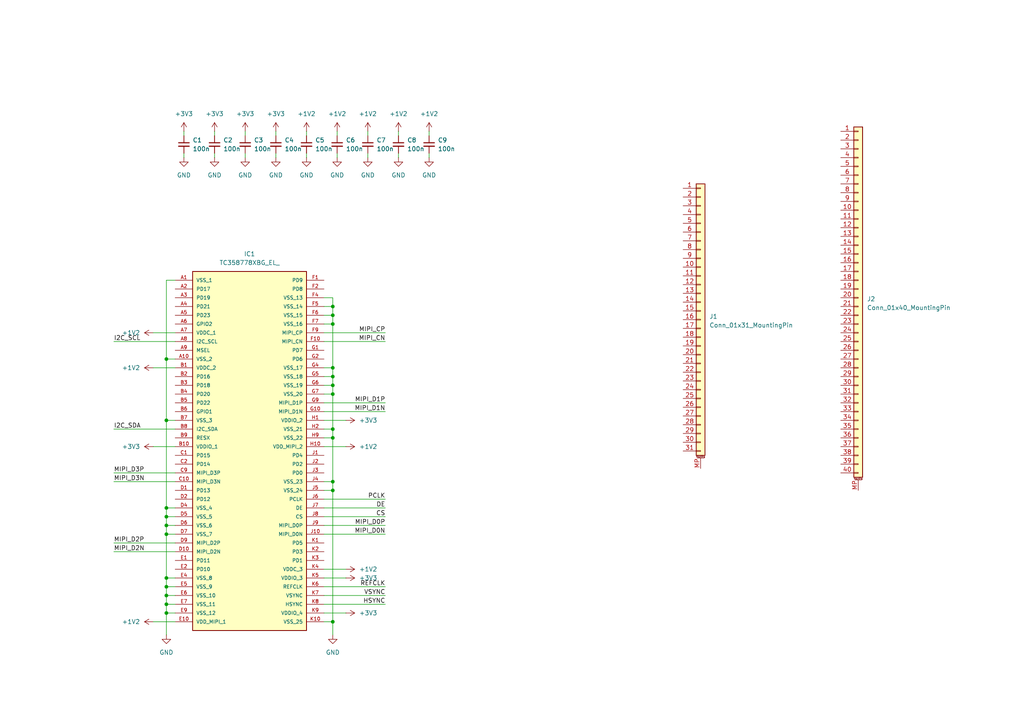
<source format=kicad_sch>
(kicad_sch (version 20231120) (generator "eeschema") (generator_version "8.0")
  (paper "A4")
  (lib_symbols
    (symbol "Connector_Generic_MountingPin:Conn_01x31_MountingPin" (pin_names (offset 1.016) hide)
      (property "Reference" "J" (at 0 40.64 0))
      (property "Value" "Conn_01x31_MountingPin" (at 1.27 -40.64 0))
      (symbol "Conn_01x31_MountingPin_1_1"
        (rectangle (start -1.27 -37.973) (end 0 -38.227) (stroke (width 0.1524)))
        (rectangle (start -1.27 -35.433) (end 0 -35.687) (stroke (width 0.1524)))
        (rectangle (start -1.27 -32.893) (end 0 -33.147) (stroke (width 0.1524)))
        (rectangle (start -1.27 -30.353) (end 0 -30.607) (stroke (width 0.1524)))
        (rectangle (start -1.27 -27.813) (end 0 -28.067) (stroke (width 0.1524)))
        (rectangle (start -1.27 -25.273) (end 0 -25.527) (stroke (width 0.1524)))
        (rectangle (start -1.27 -22.733) (end 0 -22.987) (stroke (width 0.1524)))
        (rectangle (start -1.27 -20.193) (end 0 -20.447) (stroke (width 0.1524)))
        (rectangle (start -1.27 -17.653) (end 0 -17.907) (stroke (width 0.1524)))
        (rectangle (start -1.27 -15.113) (end 0 -15.367) (stroke (width 0.1524)))
        (rectangle (start -1.27 -12.573) (end 0 -12.827) (stroke (width 0.1524)))
        (rectangle (start -1.27 -10.033) (end 0 -10.287) (stroke (width 0.1524)))
        (rectangle (start -1.27 -7.493) (end 0 -7.747) (stroke (width 0.1524)))
        (rectangle (start -1.27 -4.953) (end 0 -5.207) (stroke (width 0.1524)))
        (rectangle (start -1.27 -2.413) (end 0 -2.667) (stroke (width 0.1524)))
        (rectangle (start -1.27 0.127) (end 0 -0.127) (stroke (width 0.1524)))
        (rectangle (start -1.27 2.667) (end 0 2.413) (stroke (width 0.1524)))
        (rectangle (start -1.27 5.207) (end 0 4.953) (stroke (width 0.1524)))
        (rectangle (start -1.27 7.747) (end 0 7.493) (stroke (width 0.1524)))
        (rectangle (start -1.27 10.287) (end 0 10.033) (stroke (width 0.1524)))
        (rectangle (start -1.27 12.827) (end 0 12.573) (stroke (width 0.1524)))
        (rectangle (start -1.27 15.367) (end 0 15.113) (stroke (width 0.1524)))
        (rectangle (start -1.27 17.907) (end 0 17.653) (stroke (width 0.1524)))
        (rectangle (start -1.27 20.447) (end 0 20.193) (stroke (width 0.1524)))
        (rectangle (start -1.27 22.987) (end 0 22.733) (stroke (width 0.1524)))
        (rectangle (start -1.27 25.527) (end 0 25.273) (stroke (width 0.1524)))
        (rectangle (start -1.27 28.067) (end 0 27.813) (stroke (width 0.1524)))
        (rectangle (start -1.27 30.607) (end 0 30.353) (stroke (width 0.1524)))
        (rectangle (start -1.27 33.147) (end 0 32.893) (stroke (width 0.1524)))
        (rectangle (start -1.27 35.687) (end 0 35.433) (stroke (width 0.1524)))
        (rectangle (start -1.27 38.227) (end 0 37.973) (stroke (width 0.1524)))
        (rectangle (start -1.27 39.37) (end 1.27 -39.37) (stroke (width 0.254)) (fill (type background)))
        (polyline (pts (xy -1.016 -40.132) (xy 1.016 -40.132)) (stroke (width 0.1524)))
        (text "Mounting" (at 0 -39.751 0) (effects (font (size 0.381 0.381))))
        (pin passive line (at -5.08 38.1 0) (length 3.81) (name "Pin_1") (number "1"))
        (pin passive line (at -5.08 15.24 0) (length 3.81) (name "Pin_10") (number "10"))
        (pin passive line (at -5.08 12.7 0) (length 3.81) (name "Pin_11") (number "11"))
        (pin passive line (at -5.08 10.16 0) (length 3.81) (name "Pin_12") (number "12"))
        (pin passive line (at -5.08 7.62 0) (length 3.81) (name "Pin_13") (number "13"))
        (pin passive line (at -5.08 5.08 0) (length 3.81) (name "Pin_14") (number "14"))
        (pin passive line (at -5.08 2.54 0) (length 3.81) (name "Pin_15") (number "15"))
        (pin passive line (at -5.08 0 0) (length 3.81) (name "Pin_16") (number "16"))
        (pin passive line (at -5.08 -2.54 0) (length 3.81) (name "Pin_17") (number "17"))
        (pin passive line (at -5.08 -5.08 0) (length 3.81) (name "Pin_18") (number "18"))
        (pin passive line (at -5.08 -7.62 0) (length 3.81) (name "Pin_19") (number "19"))
        (pin passive line (at -5.08 35.56 0) (length 3.81) (name "Pin_2") (number "2"))
        (pin passive line (at -5.08 -10.16 0) (length 3.81) (name "Pin_20") (number "20"))
        (pin passive line (at -5.08 -12.7 0) (length 3.81) (name "Pin_21") (number "21"))
        (pin passive line (at -5.08 -15.24 0) (length 3.81) (name "Pin_22") (number "22"))
        (pin passive line (at -5.08 -17.78 0) (length 3.81) (name "Pin_23") (number "23"))
        (pin passive line (at -5.08 -20.32 0) (length 3.81) (name "Pin_24") (number "24"))
        (pin passive line (at -5.08 -22.86 0) (length 3.81) (name "Pin_25") (number "25"))
        (pin passive line (at -5.08 -25.4 0) (length 3.81) (name "Pin_26") (number "26"))
        (pin passive line (at -5.08 -27.94 0) (length 3.81) (name "Pin_27") (number "27"))
        (pin passive line (at -5.08 -30.48 0) (length 3.81) (name "Pin_28") (number "28"))
        (pin passive line (at -5.08 -33.02 0) (length 3.81) (name "Pin_29") (number "29"))
        (pin passive line (at -5.08 33.02 0) (length 3.81) (name "Pin_3") (number "3"))
        (pin passive line (at -5.08 -35.56 0) (length 3.81) (name "Pin_30") (number "30"))
        (pin passive line (at -5.08 -38.1 0) (length 3.81) (name "Pin_31") (number "31"))
        (pin passive line (at -5.08 30.48 0) (length 3.81) (name "Pin_4") (number "4"))
        (pin passive line (at -5.08 27.94 0) (length 3.81) (name "Pin_5") (number "5"))
        (pin passive line (at -5.08 25.4 0) (length 3.81) (name "Pin_6") (number "6"))
        (pin passive line (at -5.08 22.86 0) (length 3.81) (name "Pin_7") (number "7"))
        (pin passive line (at -5.08 20.32 0) (length 3.81) (name "Pin_8") (number "8"))
        (pin passive line (at -5.08 17.78 0) (length 3.81) (name "Pin_9") (number "9"))
        (pin passive line (at 0 -43.18 90) (length 3.048) (name "MountPin") (number "MP"))
      )
    )
    (symbol "Connector_Generic_MountingPin:Conn_01x40_MountingPin" (pin_names (offset 1.016) hide)
      (property "Reference" "J" (at 0 50.8 0))
      (property "Value" "Conn_01x40_MountingPin" (at 1.27 -53.34 0))
      (symbol "Conn_01x40_MountingPin_1_1"
        (rectangle (start -1.27 -50.673) (end 0 -50.927) (stroke (width 0.1524)))
        (rectangle (start -1.27 -48.133) (end 0 -48.387) (stroke (width 0.1524)))
        (rectangle (start -1.27 -45.593) (end 0 -45.847) (stroke (width 0.1524)))
        (rectangle (start -1.27 -43.053) (end 0 -43.307) (stroke (width 0.1524)))
        (rectangle (start -1.27 -40.513) (end 0 -40.767) (stroke (width 0.1524)))
        (rectangle (start -1.27 -37.973) (end 0 -38.227) (stroke (width 0.1524)))
        (rectangle (start -1.27 -35.433) (end 0 -35.687) (stroke (width 0.1524)))
        (rectangle (start -1.27 -32.893) (end 0 -33.147) (stroke (width 0.1524)))
        (rectangle (start -1.27 -30.353) (end 0 -30.607) (stroke (width 0.1524)))
        (rectangle (start -1.27 -27.813) (end 0 -28.067) (stroke (width 0.1524)))
        (rectangle (start -1.27 -25.273) (end 0 -25.527) (stroke (width 0.1524)))
        (rectangle (start -1.27 -22.733) (end 0 -22.987) (stroke (width 0.1524)))
        (rectangle (start -1.27 -20.193) (end 0 -20.447) (stroke (width 0.1524)))
        (rectangle (start -1.27 -17.653) (end 0 -17.907) (stroke (width 0.1524)))
        (rectangle (start -1.27 -15.113) (end 0 -15.367) (stroke (width 0.1524)))
        (rectangle (start -1.27 -12.573) (end 0 -12.827) (stroke (width 0.1524)))
        (rectangle (start -1.27 -10.033) (end 0 -10.287) (stroke (width 0.1524)))
        (rectangle (start -1.27 -7.493) (end 0 -7.747) (stroke (width 0.1524)))
        (rectangle (start -1.27 -4.953) (end 0 -5.207) (stroke (width 0.1524)))
        (rectangle (start -1.27 -2.413) (end 0 -2.667) (stroke (width 0.1524)))
        (rectangle (start -1.27 0.127) (end 0 -0.127) (stroke (width 0.1524)))
        (rectangle (start -1.27 2.667) (end 0 2.413) (stroke (width 0.1524)))
        (rectangle (start -1.27 5.207) (end 0 4.953) (stroke (width 0.1524)))
        (rectangle (start -1.27 7.747) (end 0 7.493) (stroke (width 0.1524)))
        (rectangle (start -1.27 10.287) (end 0 10.033) (stroke (width 0.1524)))
        (rectangle (start -1.27 12.827) (end 0 12.573) (stroke (width 0.1524)))
        (rectangle (start -1.27 15.367) (end 0 15.113) (stroke (width 0.1524)))
        (rectangle (start -1.27 17.907) (end 0 17.653) (stroke (width 0.1524)))
        (rectangle (start -1.27 20.447) (end 0 20.193) (stroke (width 0.1524)))
        (rectangle (start -1.27 22.987) (end 0 22.733) (stroke (width 0.1524)))
        (rectangle (start -1.27 25.527) (end 0 25.273) (stroke (width 0.1524)))
        (rectangle (start -1.27 28.067) (end 0 27.813) (stroke (width 0.1524)))
        (rectangle (start -1.27 30.607) (end 0 30.353) (stroke (width 0.1524)))
        (rectangle (start -1.27 33.147) (end 0 32.893) (stroke (width 0.1524)))
        (rectangle (start -1.27 35.687) (end 0 35.433) (stroke (width 0.1524)))
        (rectangle (start -1.27 38.227) (end 0 37.973) (stroke (width 0.1524)))
        (rectangle (start -1.27 40.767) (end 0 40.513) (stroke (width 0.1524)))
        (rectangle (start -1.27 43.307) (end 0 43.053) (stroke (width 0.1524)))
        (rectangle (start -1.27 45.847) (end 0 45.593) (stroke (width 0.1524)))
        (rectangle (start -1.27 48.387) (end 0 48.133) (stroke (width 0.1524)))
        (rectangle (start -1.27 49.53) (end 1.27 -52.07) (stroke (width 0.254)) (fill (type background)))
        (polyline (pts (xy -1.016 -52.832) (xy 1.016 -52.832)) (stroke (width 0.1524)))
        (text "Mounting" (at 0 -52.451 0) (effects (font (size 0.381 0.381))))
        (pin passive line (at -5.08 48.26 0) (length 3.81) (name "Pin_1") (number "1"))
        (pin passive line (at -5.08 25.4 0) (length 3.81) (name "Pin_10") (number "10"))
        (pin passive line (at -5.08 22.86 0) (length 3.81) (name "Pin_11") (number "11"))
        (pin passive line (at -5.08 20.32 0) (length 3.81) (name "Pin_12") (number "12"))
        (pin passive line (at -5.08 17.78 0) (length 3.81) (name "Pin_13") (number "13"))
        (pin passive line (at -5.08 15.24 0) (length 3.81) (name "Pin_14") (number "14"))
        (pin passive line (at -5.08 12.7 0) (length 3.81) (name "Pin_15") (number "15"))
        (pin passive line (at -5.08 10.16 0) (length 3.81) (name "Pin_16") (number "16"))
        (pin passive line (at -5.08 7.62 0) (length 3.81) (name "Pin_17") (number "17"))
        (pin passive line (at -5.08 5.08 0) (length 3.81) (name "Pin_18") (number "18"))
        (pin passive line (at -5.08 2.54 0) (length 3.81) (name "Pin_19") (number "19"))
        (pin passive line (at -5.08 45.72 0) (length 3.81) (name "Pin_2") (number "2"))
        (pin passive line (at -5.08 0 0) (length 3.81) (name "Pin_20") (number "20"))
        (pin passive line (at -5.08 -2.54 0) (length 3.81) (name "Pin_21") (number "21"))
        (pin passive line (at -5.08 -5.08 0) (length 3.81) (name "Pin_22") (number "22"))
        (pin passive line (at -5.08 -7.62 0) (length 3.81) (name "Pin_23") (number "23"))
        (pin passive line (at -5.08 -10.16 0) (length 3.81) (name "Pin_24") (number "24"))
        (pin passive line (at -5.08 -12.7 0) (length 3.81) (name "Pin_25") (number "25"))
        (pin passive line (at -5.08 -15.24 0) (length 3.81) (name "Pin_26") (number "26"))
        (pin passive line (at -5.08 -17.78 0) (length 3.81) (name "Pin_27") (number "27"))
        (pin passive line (at -5.08 -20.32 0) (length 3.81) (name "Pin_28") (number "28"))
        (pin passive line (at -5.08 -22.86 0) (length 3.81) (name "Pin_29") (number "29"))
        (pin passive line (at -5.08 43.18 0) (length 3.81) (name "Pin_3") (number "3"))
        (pin passive line (at -5.08 -25.4 0) (length 3.81) (name "Pin_30") (number "30"))
        (pin passive line (at -5.08 -27.94 0) (length 3.81) (name "Pin_31") (number "31"))
        (pin passive line (at -5.08 -30.48 0) (length 3.81) (name "Pin_32") (number "32"))
        (pin passive line (at -5.08 -33.02 0) (length 3.81) (name "Pin_33") (number "33"))
        (pin passive line (at -5.08 -35.56 0) (length 3.81) (name "Pin_34") (number "34"))
        (pin passive line (at -5.08 -38.1 0) (length 3.81) (name "Pin_35") (number "35"))
        (pin passive line (at -5.08 -40.64 0) (length 3.81) (name "Pin_36") (number "36"))
        (pin passive line (at -5.08 -43.18 0) (length 3.81) (name "Pin_37") (number "37"))
        (pin passive line (at -5.08 -45.72 0) (length 3.81) (name "Pin_38") (number "38"))
        (pin passive line (at -5.08 -48.26 0) (length 3.81) (name "Pin_39") (number "39"))
        (pin passive line (at -5.08 40.64 0) (length 3.81) (name "Pin_4") (number "4"))
        (pin passive line (at -5.08 -50.8 0) (length 3.81) (name "Pin_40") (number "40"))
        (pin passive line (at -5.08 38.1 0) (length 3.81) (name "Pin_5") (number "5"))
        (pin passive line (at -5.08 35.56 0) (length 3.81) (name "Pin_6") (number "6"))
        (pin passive line (at -5.08 33.02 0) (length 3.81) (name "Pin_7") (number "7"))
        (pin passive line (at -5.08 30.48 0) (length 3.81) (name "Pin_8") (number "8"))
        (pin passive line (at -5.08 27.94 0) (length 3.81) (name "Pin_9") (number "9"))
        (pin passive line (at 0 -55.88 90) (length 3.048) (name "MountPin") (number "MP"))
      )
    )
    (symbol "Device:C_Small" (pin_numbers hide) (pin_names (offset 0.254) hide)
      (property "Reference" "C" (at 0.254 1.778 0))
      (property "Value" "C_Small" (at 0.254 -2.032 0))
      (symbol "C_Small_0_1"
        (polyline (pts (xy -1.524 -0.508) (xy 1.524 -0.508)) (stroke (width 0.3302)))
        (polyline (pts (xy -1.524 0.508) (xy 1.524 0.508)) (stroke (width 0.3048)))
      )
      (symbol "C_Small_1_1"
        (pin passive line (at 0 2.54 270) (length 2.032) (name "~") (number "1"))
        (pin passive line (at 0 -2.54 90) (length 2.032) (name "~") (number "2"))
      )
    )
    (symbol "TC358778XBG_EL_:TC358778XBG_EL_" (pin_names (offset 1.016))
      (property "Reference" "IC" (at 39.37 7.62 0))
      (property "Value" "TC358778XBG_EL_" (at 39.37 5.08 0))
      (symbol "TC358778XBG_EL__0_0"
        (rectangle (start 5.08 -101.6) (end 38.1 2.54) (stroke (width 0.254)) (fill (type background)))
        (pin bidirectional line (at 0 0 0) (length 5.08) (name "VSS_1") (number "A1"))
        (pin bidirectional line (at 0 -22.86 0) (length 5.08) (name "VSS_2") (number "A10"))
        (pin bidirectional line (at 0 -2.54 0) (length 5.08) (name "PD17") (number "A2"))
        (pin bidirectional line (at 0 -5.08 0) (length 5.08) (name "PD19") (number "A3"))
        (pin bidirectional line (at 0 -7.62 0) (length 5.08) (name "PD21") (number "A4"))
        (pin bidirectional line (at 0 -10.16 0) (length 5.08) (name "PD23") (number "A5"))
        (pin bidirectional line (at 0 -12.7 0) (length 5.08) (name "GPIO2") (number "A6"))
        (pin bidirectional line (at 0 -15.24 0) (length 5.08) (name "VDDC_1") (number "A7"))
        (pin bidirectional line (at 0 -17.78 0) (length 5.08) (name "I2C_SCL") (number "A8"))
        (pin bidirectional line (at 0 -20.32 0) (length 5.08) (name "MSEL") (number "A9"))
        (pin bidirectional line (at 0 -25.4 0) (length 5.08) (name "VDDC_2") (number "B1"))
        (pin bidirectional line (at 0 -48.26 0) (length 5.08) (name "VDDIO_1") (number "B10"))
        (pin bidirectional line (at 0 -27.94 0) (length 5.08) (name "PD16") (number "B2"))
        (pin bidirectional line (at 0 -30.48 0) (length 5.08) (name "PD18") (number "B3"))
        (pin bidirectional line (at 0 -33.02 0) (length 5.08) (name "PD20") (number "B4"))
        (pin bidirectional line (at 0 -35.56 0) (length 5.08) (name "PD22") (number "B5"))
        (pin bidirectional line (at 0 -38.1 0) (length 5.08) (name "GPIO1") (number "B6"))
        (pin bidirectional line (at 0 -40.64 0) (length 5.08) (name "VSS_3") (number "B7"))
        (pin bidirectional line (at 0 -43.18 0) (length 5.08) (name "I2C_SDA") (number "B8"))
        (pin bidirectional line (at 0 -45.72 0) (length 5.08) (name "RESX") (number "B9"))
        (pin bidirectional line (at 0 -50.8 0) (length 5.08) (name "PD15") (number "C1"))
        (pin bidirectional line (at 0 -58.42 0) (length 5.08) (name "MIPI_D3N") (number "C10"))
        (pin bidirectional line (at 0 -53.34 0) (length 5.08) (name "PD14") (number "C2"))
        (pin bidirectional line (at 0 -55.88 0) (length 5.08) (name "MIPI_D3P") (number "C9"))
        (pin bidirectional line (at 0 -60.96 0) (length 5.08) (name "PD13") (number "D1"))
        (pin bidirectional line (at 0 -78.74 0) (length 5.08) (name "MIPI_D2N") (number "D10"))
        (pin bidirectional line (at 0 -63.5 0) (length 5.08) (name "PD12") (number "D2"))
        (pin bidirectional line (at 0 -66.04 0) (length 5.08) (name "VSS_4") (number "D4"))
        (pin bidirectional line (at 0 -68.58 0) (length 5.08) (name "VSS_5") (number "D5"))
        (pin bidirectional line (at 0 -71.12 0) (length 5.08) (name "VSS_6") (number "D6"))
        (pin bidirectional line (at 0 -73.66 0) (length 5.08) (name "VSS_7") (number "D7"))
        (pin bidirectional line (at 0 -76.2 0) (length 5.08) (name "MIPI_D2P") (number "D9"))
        (pin bidirectional line (at 0 -81.28 0) (length 5.08) (name "PD11") (number "E1"))
        (pin bidirectional line (at 0 -99.06 0) (length 5.08) (name "VDD_MIPI_1") (number "E10"))
        (pin bidirectional line (at 0 -83.82 0) (length 5.08) (name "PD10") (number "E2"))
        (pin bidirectional line (at 0 -86.36 0) (length 5.08) (name "VSS_8") (number "E4"))
        (pin bidirectional line (at 0 -88.9 0) (length 5.08) (name "VSS_9") (number "E5"))
        (pin bidirectional line (at 0 -91.44 0) (length 5.08) (name "VSS_10") (number "E6"))
        (pin bidirectional line (at 0 -93.98 0) (length 5.08) (name "VSS_11") (number "E7"))
        (pin bidirectional line (at 0 -96.52 0) (length 5.08) (name "VSS_12") (number "E9"))
        (pin bidirectional line (at 43.18 0 180) (length 5.08) (name "PD9") (number "F1"))
        (pin bidirectional line (at 43.18 -17.78 180) (length 5.08) (name "MIPI_CN") (number "F10"))
        (pin bidirectional line (at 43.18 -2.54 180) (length 5.08) (name "PD8") (number "F2"))
        (pin bidirectional line (at 43.18 -5.08 180) (length 5.08) (name "VSS_13") (number "F4"))
        (pin bidirectional line (at 43.18 -7.62 180) (length 5.08) (name "VSS_14") (number "F5"))
        (pin bidirectional line (at 43.18 -10.16 180) (length 5.08) (name "VSS_15") (number "F6"))
        (pin bidirectional line (at 43.18 -12.7 180) (length 5.08) (name "VSS_16") (number "F7"))
        (pin bidirectional line (at 43.18 -15.24 180) (length 5.08) (name "MIPI_CP") (number "F9"))
        (pin bidirectional line (at 43.18 -20.32 180) (length 5.08) (name "PD7") (number "G1"))
        (pin bidirectional line (at 43.18 -38.1 180) (length 5.08) (name "MIPI_D1N") (number "G10"))
        (pin bidirectional line (at 43.18 -22.86 180) (length 5.08) (name "PD6") (number "G2"))
        (pin bidirectional line (at 43.18 -25.4 180) (length 5.08) (name "VSS_17") (number "G4"))
        (pin bidirectional line (at 43.18 -27.94 180) (length 5.08) (name "VSS_18") (number "G5"))
        (pin bidirectional line (at 43.18 -30.48 180) (length 5.08) (name "VSS_19") (number "G6"))
        (pin bidirectional line (at 43.18 -33.02 180) (length 5.08) (name "VSS_20") (number "G7"))
        (pin bidirectional line (at 43.18 -35.56 180) (length 5.08) (name "MIPI_D1P") (number "G9"))
        (pin bidirectional line (at 43.18 -40.64 180) (length 5.08) (name "VDDIO_2") (number "H1"))
        (pin bidirectional line (at 43.18 -48.26 180) (length 5.08) (name "VDD_MIPI_2") (number "H10"))
        (pin bidirectional line (at 43.18 -43.18 180) (length 5.08) (name "VSS_21") (number "H2"))
        (pin bidirectional line (at 43.18 -45.72 180) (length 5.08) (name "VSS_22") (number "H9"))
        (pin bidirectional line (at 43.18 -50.8 180) (length 5.08) (name "PD4") (number "J1"))
        (pin bidirectional line (at 43.18 -73.66 180) (length 5.08) (name "MIPI_D0N") (number "J10"))
        (pin bidirectional line (at 43.18 -53.34 180) (length 5.08) (name "PD2") (number "J2"))
        (pin bidirectional line (at 43.18 -55.88 180) (length 5.08) (name "PD0") (number "J3"))
        (pin bidirectional line (at 43.18 -58.42 180) (length 5.08) (name "VSS_23") (number "J4"))
        (pin bidirectional line (at 43.18 -60.96 180) (length 5.08) (name "VSS_24") (number "J5"))
        (pin bidirectional line (at 43.18 -63.5 180) (length 5.08) (name "PCLK") (number "J6"))
        (pin bidirectional line (at 43.18 -66.04 180) (length 5.08) (name "DE") (number "J7"))
        (pin bidirectional line (at 43.18 -68.58 180) (length 5.08) (name "CS") (number "J8"))
        (pin bidirectional line (at 43.18 -71.12 180) (length 5.08) (name "MIPI_D0P") (number "J9"))
        (pin bidirectional line (at 43.18 -76.2 180) (length 5.08) (name "PD5") (number "K1"))
        (pin bidirectional line (at 43.18 -99.06 180) (length 5.08) (name "VSS_25") (number "K10"))
        (pin bidirectional line (at 43.18 -78.74 180) (length 5.08) (name "PD3") (number "K2"))
        (pin bidirectional line (at 43.18 -81.28 180) (length 5.08) (name "PD1") (number "K3"))
        (pin bidirectional line (at 43.18 -83.82 180) (length 5.08) (name "VDDC_3") (number "K4"))
        (pin bidirectional line (at 43.18 -86.36 180) (length 5.08) (name "VDDIO_3") (number "K5"))
        (pin bidirectional line (at 43.18 -88.9 180) (length 5.08) (name "REFCLK") (number "K6"))
        (pin bidirectional line (at 43.18 -91.44 180) (length 5.08) (name "VSYNC") (number "K7"))
        (pin bidirectional line (at 43.18 -93.98 180) (length 5.08) (name "HSYNC") (number "K8"))
        (pin bidirectional line (at 43.18 -96.52 180) (length 5.08) (name "VDDIO_4") (number "K9"))
      )
    )
    (symbol "power:+1V2" (power) (pin_numbers hide) (pin_names (offset 0) hide)
      (property "Value" "+1V2" (at 0 3.556 0))
      (symbol "+1V2_0_1"
        (polyline (pts (xy -0.762 1.27) (xy 0 2.54)))
        (polyline (pts (xy 0 0) (xy 0 2.54)))
        (polyline (pts (xy 0 2.54) (xy 0.762 1.27)))
      )
      (symbol "+1V2_1_1"
        (pin power_in line (at 0 0 90) (length 0) (name "~") (number "1"))
      )
    )
    (symbol "power:+3V3" (power) (pin_numbers hide) (pin_names (offset 0) hide)
      (property "Value" "+3V3" (at 0 3.556 0))
      (symbol "+3V3_0_1"
        (polyline (pts (xy -0.762 1.27) (xy 0 2.54)))
        (polyline (pts (xy 0 0) (xy 0 2.54)))
        (polyline (pts (xy 0 2.54) (xy 0.762 1.27)))
      )
      (symbol "+3V3_1_1"
        (pin power_in line (at 0 0 90) (length 0) (name "~") (number "1"))
      )
    )
    (symbol "power:GND" (power) (pin_numbers hide) (pin_names (offset 0) hide)
      (property "Value" "GND" (at 0 -3.81 0))
      (symbol "GND_0_1"
        (polyline (pts (xy 0 0) (xy 0 -1.27) (xy 1.27 -1.27) (xy 0 -2.54) (xy -1.27 -1.27) (xy 0 -1.27)))
      )
      (symbol "GND_1_1"
        (pin power_in line (at 0 0 270) (length 0) (name "~") (number "1"))
      )
    )
  )
  (junction (at 48.26 154.94))
  (junction (at 48.26 104.14))
  (junction (at 96.52 180.34))
  (junction (at 48.26 177.8))
  (junction (at 48.26 170.18))
  (junction (at 96.52 139.7))
  (junction (at 96.52 124.46))
  (junction (at 96.52 114.3))
  (junction (at 96.52 91.44))
  (junction (at 48.26 121.92))
  (junction (at 96.52 127))
  (junction (at 96.52 88.9))
  (junction (at 96.52 142.24))
  (junction (at 48.26 152.4))
  (junction (at 48.26 172.72))
  (junction (at 48.26 167.64))
  (junction (at 48.26 149.86))
  (junction (at 48.26 147.32))
  (junction (at 96.52 93.98))
  (junction (at 96.52 106.68))
  (junction (at 96.52 111.76))
  (junction (at 96.52 109.22))
  (junction (at 48.26 175.26))
  (wire (pts (xy 80.01 45.72) (xy 80.01 44.45)))
  (wire (pts (xy 93.98 88.9) (xy 96.52 88.9)))
  (wire (pts (xy 48.26 152.4) (xy 48.26 154.94)))
  (wire (pts (xy 111.76 99.06) (xy 93.98 99.06)))
  (wire (pts (xy 48.26 177.8) (xy 50.8 177.8)))
  (wire (pts (xy 96.52 142.24) (xy 96.52 180.34)))
  (wire (pts (xy 124.46 38.1) (xy 124.46 39.37)))
  (wire (pts (xy 111.76 152.4) (xy 93.98 152.4)))
  (wire (pts (xy 111.76 119.38) (xy 93.98 119.38)))
  (wire (pts (xy 96.52 139.7) (xy 96.52 142.24)))
  (wire (pts (xy 100.33 165.1) (xy 93.98 165.1)))
  (wire (pts (xy 93.98 114.3) (xy 96.52 114.3)))
  (wire (pts (xy 96.52 111.76) (xy 96.52 114.3)))
  (wire (pts (xy 100.33 129.54) (xy 93.98 129.54)))
  (wire (pts (xy 48.26 177.8) (xy 48.26 184.15)))
  (wire (pts (xy 33.02 137.16) (xy 50.8 137.16)))
  (wire (pts (xy 48.26 170.18) (xy 50.8 170.18)))
  (wire (pts (xy 48.26 170.18) (xy 48.26 172.72)))
  (wire (pts (xy 100.33 167.64) (xy 93.98 167.64)))
  (wire (pts (xy 50.8 81.28) (xy 48.26 81.28)))
  (wire (pts (xy 124.46 45.72) (xy 124.46 44.45)))
  (wire (pts (xy 96.52 109.22) (xy 96.52 111.76)))
  (wire (pts (xy 111.76 144.78) (xy 93.98 144.78)))
  (wire (pts (xy 33.02 160.02) (xy 50.8 160.02)))
  (wire (pts (xy 53.34 38.1) (xy 53.34 39.37)))
  (wire (pts (xy 48.26 167.64) (xy 48.26 170.18)))
  (wire (pts (xy 93.98 93.98) (xy 96.52 93.98)))
  (wire (pts (xy 111.76 170.18) (xy 93.98 170.18)))
  (wire (pts (xy 33.02 139.7) (xy 50.8 139.7)))
  (wire (pts (xy 48.26 104.14) (xy 48.26 121.92)))
  (wire (pts (xy 48.26 154.94) (xy 48.26 167.64)))
  (wire (pts (xy 93.98 180.34) (xy 96.52 180.34)))
  (wire (pts (xy 48.26 149.86) (xy 50.8 149.86)))
  (wire (pts (xy 80.01 38.1) (xy 80.01 39.37)))
  (wire (pts (xy 93.98 127) (xy 96.52 127)))
  (wire (pts (xy 111.76 96.52) (xy 93.98 96.52)))
  (wire (pts (xy 44.45 106.68) (xy 50.8 106.68)))
  (wire (pts (xy 96.52 86.36) (xy 96.52 88.9)))
  (wire (pts (xy 96.52 93.98) (xy 96.52 106.68)))
  (wire (pts (xy 111.76 154.94) (xy 93.98 154.94)))
  (wire (pts (xy 93.98 142.24) (xy 96.52 142.24)))
  (wire (pts (xy 33.02 99.06) (xy 50.8 99.06)))
  (wire (pts (xy 115.57 38.1) (xy 115.57 39.37)))
  (wire (pts (xy 50.8 121.92) (xy 48.26 121.92)))
  (wire (pts (xy 93.98 86.36) (xy 96.52 86.36)))
  (wire (pts (xy 96.52 91.44) (xy 96.52 93.98)))
  (wire (pts (xy 88.9 45.72) (xy 88.9 44.45)))
  (wire (pts (xy 48.26 172.72) (xy 50.8 172.72)))
  (wire (pts (xy 48.26 175.26) (xy 50.8 175.26)))
  (wire (pts (xy 96.52 124.46) (xy 96.52 127)))
  (wire (pts (xy 44.45 180.34) (xy 50.8 180.34)))
  (wire (pts (xy 44.45 96.52) (xy 50.8 96.52)))
  (wire (pts (xy 96.52 88.9) (xy 96.52 91.44)))
  (wire (pts (xy 96.52 127) (xy 96.52 139.7)))
  (wire (pts (xy 93.98 91.44) (xy 96.52 91.44)))
  (wire (pts (xy 48.26 172.72) (xy 48.26 175.26)))
  (wire (pts (xy 111.76 175.26) (xy 93.98 175.26)))
  (wire (pts (xy 97.79 45.72) (xy 97.79 44.45)))
  (wire (pts (xy 93.98 139.7) (xy 96.52 139.7)))
  (wire (pts (xy 111.76 147.32) (xy 93.98 147.32)))
  (wire (pts (xy 62.23 38.1) (xy 62.23 39.37)))
  (wire (pts (xy 106.68 38.1) (xy 106.68 39.37)))
  (wire (pts (xy 53.34 45.72) (xy 53.34 44.45)))
  (wire (pts (xy 100.33 177.8) (xy 93.98 177.8)))
  (wire (pts (xy 50.8 147.32) (xy 48.26 147.32)))
  (wire (pts (xy 96.52 114.3) (xy 96.52 124.46)))
  (wire (pts (xy 48.26 154.94) (xy 50.8 154.94)))
  (wire (pts (xy 100.33 121.92) (xy 93.98 121.92)))
  (wire (pts (xy 93.98 111.76) (xy 96.52 111.76)))
  (wire (pts (xy 62.23 45.72) (xy 62.23 44.45)))
  (wire (pts (xy 33.02 124.46) (xy 50.8 124.46)))
  (wire (pts (xy 48.26 81.28) (xy 48.26 104.14)))
  (wire (pts (xy 111.76 172.72) (xy 93.98 172.72)))
  (wire (pts (xy 50.8 167.64) (xy 48.26 167.64)))
  (wire (pts (xy 48.26 149.86) (xy 48.26 152.4)))
  (wire (pts (xy 48.26 147.32) (xy 48.26 149.86)))
  (wire (pts (xy 111.76 116.84) (xy 93.98 116.84)))
  (wire (pts (xy 93.98 109.22) (xy 96.52 109.22)))
  (wire (pts (xy 48.26 104.14) (xy 50.8 104.14)))
  (wire (pts (xy 93.98 106.68) (xy 96.52 106.68)))
  (wire (pts (xy 96.52 106.68) (xy 96.52 109.22)))
  (wire (pts (xy 44.45 129.54) (xy 50.8 129.54)))
  (wire (pts (xy 111.76 149.86) (xy 93.98 149.86)))
  (wire (pts (xy 71.12 38.1) (xy 71.12 39.37)))
  (wire (pts (xy 97.79 38.1) (xy 97.79 39.37)))
  (wire (pts (xy 115.57 45.72) (xy 115.57 44.45)))
  (wire (pts (xy 96.52 180.34) (xy 96.52 184.15)))
  (wire (pts (xy 48.26 121.92) (xy 48.26 147.32)))
  (wire (pts (xy 106.68 45.72) (xy 106.68 44.45)))
  (wire (pts (xy 88.9 38.1) (xy 88.9 39.37)))
  (wire (pts (xy 48.26 152.4) (xy 50.8 152.4)))
  (wire (pts (xy 48.26 175.26) (xy 48.26 177.8)))
  (wire (pts (xy 93.98 124.46) (xy 96.52 124.46)))
  (wire (pts (xy 71.12 45.72) (xy 71.12 44.45)))
  (wire (pts (xy 33.02 157.48) (xy 50.8 157.48)))
  (label "VSYNC" (at 111.76 172.72 180))
  (label "MIPI_D0N" (at 111.76 154.94 180))
  (label "DE" (at 111.76 147.32 180))
  (label "MIPI_CP" (at 111.76 96.52 180))
  (label "MIPI_CN" (at 111.76 99.06 180))
  (label "MIPI_D2P" (at 33.02 157.48 0))
  (label "MIPI_D1N" (at 111.76 119.38 180))
  (label "MIPI_D3P" (at 33.02 137.16 0))
  (label "MIPI_D0P" (at 111.76 152.4 180))
  (label "CS" (at 111.76 149.86 180))
  (label "MIPI_D2N" (at 33.02 160.02 0))
  (label "MIPI_D1P" (at 111.76 116.84 180))
  (label "MIPI_D3N" (at 33.02 139.7 0))
  (label "PCLK" (at 111.76 144.78 180))
  (label "I2C_SCL" (at 33.02 99.06 0))
  (label "HSYNC" (at 111.76 175.26 180))
  (label "REFCLK" (at 111.76 170.18 180))
  (label "I2C_SDA" (at 33.02 124.46 0))
  (symbol (lib_id "power:GND") (at 80.01 45.72 0) (unit 1)
    (property "Reference" "#PWR011" (effects (hide yes)))
    (property "Value" "GND" (at 80.01 50.8 0))
    (property "Description" "Power symbol creates a global label with name \"GND\" , ground" (effects (hide yes)))
  )
  (symbol (lib_id "power:+1V2") (at 88.9 38.1 0) (unit 1)
    (property "Reference" "#PWR010" (effects (hide yes)))
    (property "Value" "+1V2" (at 88.9 33.02 0))
    (property "Description" "Power symbol creates a global label with name \"+1V2\"" (effects (hide yes)))
  )
  (symbol (lib_id "power:+3V3") (at 100.33 121.92 270) (unit 1)
    (property "Reference" "#PWR026" (effects (hide yes)))
    (property "Value" "+3V3" (at 104.14 121.9199 90) (effects (justify left)))
    (property "Description" "Power symbol creates a global label with name \"+3V3\"" (effects (hide yes)))
  )
  (symbol (lib_id "Device:C_Small") (at 80.01 41.91 0) (unit 1)
    (property "Reference" "C4" (at 82.55 40.6462 0) (effects (justify left)))
    (property "Value" "100n" (at 82.55 43.1862 0) (effects (justify left)))
    (property "Footprint" "Capacitor_SMD:C_0201_0603Metric" (effects (hide yes)))
    (property "Description" "Unpolarized capacitor, small symbol" (effects (hide yes)))
  )
  (symbol (lib_id "Device:C_Small") (at 71.12 41.91 0) (unit 1)
    (property "Reference" "C3" (at 73.66 40.6462 0) (effects (justify left)))
    (property "Value" "100n" (at 73.66 43.1862 0) (effects (justify left)))
    (property "Footprint" "Capacitor_SMD:C_0201_0603Metric" (effects (hide yes)))
    (property "Description" "Unpolarized capacitor, small symbol" (effects (hide yes)))
  )
  (symbol (lib_id "power:GND") (at 48.26 184.15 0) (unit 1)
    (property "Reference" "#PWR013" (effects (hide yes)))
    (property "Value" "GND" (at 48.26 189.23 0))
    (property "Description" "Power symbol creates a global label with name \"GND\" , ground" (effects (hide yes)))
  )
  (symbol (lib_id "power:GND") (at 97.79 45.72 0) (unit 1)
    (property "Reference" "#PWR016" (effects (hide yes)))
    (property "Value" "GND" (at 97.79 50.8 0))
    (property "Description" "Power symbol creates a global label with name \"GND\" , ground" (effects (hide yes)))
  )
  (symbol (lib_id "Device:C_Small") (at 124.46 41.91 0) (unit 1)
    (property "Reference" "C9" (at 127 40.6462 0) (effects (justify left)))
    (property "Value" "100n" (at 127 43.1862 0) (effects (justify left)))
    (property "Footprint" "Capacitor_SMD:C_0201_0603Metric" (effects (hide yes)))
    (property "Description" "Unpolarized capacitor, small symbol" (effects (hide yes)))
  )
  (symbol (lib_id "power:+3V3") (at 100.33 177.8 270) (unit 1)
    (property "Reference" "#PWR024" (effects (hide yes)))
    (property "Value" "+3V3" (at 104.14 177.7999 90) (effects (justify left)))
    (property "Description" "Power symbol creates a global label with name \"+3V3\"" (effects (hide yes)))
  )
  (symbol (lib_id "power:+3V3") (at 44.45 129.54 90) (unit 1)
    (property "Reference" "#PWR027" (effects (hide yes)))
    (property "Value" "+3V3" (at 40.64 129.5399 90) (effects (justify left)))
    (property "Description" "Power symbol creates a global label with name \"+3V3\"" (effects (hide yes)))
  )
  (symbol (lib_id "power:GND") (at 53.34 45.72 0) (unit 1)
    (property "Reference" "#PWR05" (effects (hide yes)))
    (property "Value" "GND" (at 53.34 50.8 0))
    (property "Description" "Power symbol creates a global label with name \"GND\" , ground" (effects (hide yes)))
  )
  (symbol (lib_id "power:+3V3") (at 62.23 38.1 0) (unit 1)
    (property "Reference" "#PWR04" (effects (hide yes)))
    (property "Value" "+3V3" (at 62.23 33.02 0))
    (property "Description" "Power symbol creates a global label with name \"+3V3\"" (effects (hide yes)))
  )
  (symbol (lib_id "power:GND") (at 71.12 45.72 0) (unit 1)
    (property "Reference" "#PWR09" (effects (hide yes)))
    (property "Value" "GND" (at 71.12 50.8 0))
    (property "Description" "Power symbol creates a global label with name \"GND\" , ground" (effects (hide yes)))
  )
  (symbol (lib_id "power:+3V3") (at 53.34 38.1 0) (unit 1)
    (property "Reference" "#PWR030" (effects (hide yes)))
    (property "Value" "+3V3" (at 53.34 33.02 0))
    (property "Description" "Power symbol creates a global label with name \"+3V3\"" (effects (hide yes)))
  )
  (symbol (lib_id "power:+1V2") (at 44.45 106.68 90) (unit 1)
    (property "Reference" "#PWR02" (effects (hide yes)))
    (property "Value" "+1V2" (at 40.64 106.6799 90) (effects (justify left)))
    (property "Description" "Power symbol creates a global label with name \"+1V2\"" (effects (hide yes)))
  )
  (symbol (lib_id "power:GND") (at 96.52 184.15 0) (unit 1)
    (property "Reference" "#PWR01" (effects (hide yes)))
    (property "Value" "GND" (at 96.52 189.23 0))
    (property "Description" "Power symbol creates a global label with name \"GND\" , ground" (effects (hide yes)))
  )
  (symbol (lib_id "power:+1V2") (at 44.45 180.34 90) (unit 1)
    (property "Reference" "#PWR023" (effects (hide yes)))
    (property "Value" "+1V2" (at 40.64 180.3399 90) (effects (justify left)))
    (property "Description" "Power symbol creates a global label with name \"+1V2\"" (effects (hide yes)))
  )
  (symbol (lib_id "Device:C_Small") (at 115.57 41.91 0) (unit 1)
    (property "Reference" "C8" (at 118.11 40.6462 0) (effects (justify left)))
    (property "Value" "100n" (at 118.11 43.1862 0) (effects (justify left)))
    (property "Footprint" "Capacitor_SMD:C_0201_0603Metric" (effects (hide yes)))
    (property "Description" "Unpolarized capacitor, small symbol" (effects (hide yes)))
  )
  (symbol (lib_id "power:GND") (at 106.68 45.72 0) (unit 1)
    (property "Reference" "#PWR018" (effects (hide yes)))
    (property "Value" "GND" (at 106.68 50.8 0))
    (property "Description" "Power symbol creates a global label with name \"GND\" , ground" (effects (hide yes)))
  )
  (symbol (lib_id "power:+1V2") (at 97.79 38.1 0) (unit 1)
    (property "Reference" "#PWR012" (effects (hide yes)))
    (property "Value" "+1V2" (at 97.79 33.02 0))
    (property "Description" "Power symbol creates a global label with name \"+1V2\"" (effects (hide yes)))
  )
  (symbol (lib_id "power:+1V2") (at 106.68 38.1 0) (unit 1)
    (property "Reference" "#PWR015" (effects (hide yes)))
    (property "Value" "+1V2" (at 106.68 33.02 0))
    (property "Description" "Power symbol creates a global label with name \"+1V2\"" (effects (hide yes)))
  )
  (symbol (lib_id "Device:C_Small") (at 88.9 41.91 0) (unit 1)
    (property "Reference" "C5" (at 91.44 40.6462 0) (effects (justify left)))
    (property "Value" "100n" (at 91.44 43.1862 0) (effects (justify left)))
    (property "Footprint" "Capacitor_SMD:C_0201_0603Metric" (effects (hide yes)))
    (property "Description" "Unpolarized capacitor, small symbol" (effects (hide yes)))
  )
  (symbol (lib_id "power:GND") (at 115.57 45.72 0) (unit 1)
    (property "Reference" "#PWR020" (effects (hide yes)))
    (property "Value" "GND" (at 115.57 50.8 0))
    (property "Description" "Power symbol creates a global label with name \"GND\" , ground" (effects (hide yes)))
  )
  (symbol (lib_id "power:+1V2") (at 124.46 38.1 0) (unit 1)
    (property "Reference" "#PWR019" (effects (hide yes)))
    (property "Value" "+1V2" (at 124.46 33.02 0))
    (property "Description" "Power symbol creates a global label with name \"+1V2\"" (effects (hide yes)))
  )
  (symbol (lib_id "power:+3V3") (at 100.33 167.64 270) (unit 1)
    (property "Reference" "#PWR025" (effects (hide yes)))
    (property "Value" "+3V3" (at 104.14 167.6399 90) (effects (justify left)))
    (property "Description" "Power symbol creates a global label with name \"+3V3\"" (effects (hide yes)))
  )
  (symbol (lib_id "power:+1V2") (at 44.45 96.52 90) (unit 1)
    (property "Reference" "#PWR028" (effects (hide yes)))
    (property "Value" "+1V2" (at 40.64 96.5199 90) (effects (justify left)))
    (property "Description" "Power symbol creates a global label with name \"+1V2\"" (effects (hide yes)))
  )
  (symbol (lib_id "power:+3V3") (at 71.12 38.1 0) (unit 1)
    (property "Reference" "#PWR06" (effects (hide yes)))
    (property "Value" "+3V3" (at 71.12 33.02 0))
    (property "Description" "Power symbol creates a global label with name \"+3V3\"" (effects (hide yes)))
  )
  (symbol (lib_id "Connector_Generic_MountingPin:Conn_01x31_MountingPin") (at 203.2 92.71 0) (unit 1)
    (property "Reference" "J1" (at 205.74 91.7955 0) (effects (justify left)))
    (property "Value" "Conn_01x31_MountingPin" (at 205.74 94.3355 0) (effects (justify left)))
    (property "Footprint" "Connector_FFC-FPC:TE_3-1734839-1_1x31-1MP_P0.5mm_Horizontal" (effects (hide yes)))
    (property "Description" "Generic connectable mounting pin connector, single row, 01x31, script generated (kicad-library-utils/schlib/autogen/connector/)" (effects (hide yes)))
  )
  (symbol (lib_id "power:+1V2") (at 100.33 129.54 270) (mirror x) (unit 1)
    (property "Reference" "#PWR03" (effects (hide yes)))
    (property "Value" "+1V2" (at 104.14 129.5399 90) (effects (justify left)))
    (property "Description" "Power symbol creates a global label with name \"+1V2\"" (effects (hide yes)))
  )
  (symbol (lib_id "TC358778XBG_EL_:TC358778XBG_EL_") (at 50.8 81.28 0) (unit 1)
    (property "Reference" "IC1" (at 72.39 73.66 0))
    (property "Value" "TC358778XBG_EL_" (at 72.39 76.2 0))
    (property "Footprint" "TC358778XBG_EL_:BGA80C65P10X10_700X700X100" (effects (hide yes)))
    (property "MANUFACTURER_NAME" "Toshiba" (effects (hide yes)))
    (property "MF" "Toshiba" (effects (hide yes)))
    (property "MOUSER_PRICE-STOCK" "https://www.mouser.com/Search/Refine.aspx?Keyword=757-TC358778XBGEL" (effects (hide yes)))
    (property "DESCRIPTION" "Interface - Specialized Display Interface Bridge" (effects (hide yes)))
    (property "MOUSER_PART_NUMBER" "757-TC358778XBGEL" (effects (hide yes)))
    (property "Price" "None" (effects (hide yes)))
    (property "Package" "None" (effects (hide yes)))
    (property "Check_prices" "https://www.snapeda.com/parts/TC358778XBG(EL)/Toshiba/view-part/?ref=eda" (effects (hide yes)))
    (property "HEIGHT" "1mm" (effects (hide yes)))
    (property "SnapEDA_Link" "https://www.snapeda.com/parts/TC358778XBG(EL)/Toshiba/view-part/?ref=snap" (effects (hide yes)))
    (property "MP" "TC358778XBG(EL)" (effects (hide yes)))
    (property "Purchase-URL" "https://www.snapeda.com/api/url_track_click_mouser/?unipart_id=925718&manufacturer=Toshiba&part_name=TC358778XBG(EL)&search_term=tc358778" (effects (hide yes)))
    (property "Description_1" "\nMobile Peripheral Device 80-Pin VFBGA\n" (effects (hide yes)))
    (property "Availability" "In Stock" (effects (hide yes)))
    (property "MANUFACTURER_PART_NUMBER" "TC358778XBG(EL)" (effects (hide yes)))
  )
  (symbol (lib_id "power:+1V2") (at 100.33 165.1 270) (mirror x) (unit 1)
    (property "Reference" "#PWR029" (effects (hide yes)))
    (property "Value" "+1V2" (at 104.14 165.0999 90) (effects (justify left)))
    (property "Description" "Power symbol creates a global label with name \"+1V2\"" (effects (hide yes)))
  )
  (symbol (lib_id "power:+3V3") (at 80.01 38.1 0) (unit 1)
    (property "Reference" "#PWR08" (effects (hide yes)))
    (property "Value" "+3V3" (at 80.01 33.02 0))
    (property "Description" "Power symbol creates a global label with name \"+3V3\"" (effects (hide yes)))
  )
  (symbol (lib_id "Connector_Generic_MountingPin:Conn_01x40_MountingPin") (at 248.92 86.36 0) (unit 1)
    (property "Reference" "J2" (at 251.46 86.7155 0) (effects (justify left)))
    (property "Value" "Conn_01x40_MountingPin" (at 251.46 89.2555 0) (effects (justify left)))
    (property "Footprint" "Connector_FFC-FPC:Omron_XF2M-4015-1A_1x40-1MP_P0.5mm_Horizontal" (effects (hide yes)))
    (property "Description" "Generic connectable mounting pin connector, single row, 01x40, script generated (kicad-library-utils/schlib/autogen/connector/)" (effects (hide yes)))
  )
  (symbol (lib_id "Device:C_Small") (at 97.79 41.91 0) (unit 1)
    (property "Reference" "C6" (at 100.33 40.6462 0) (effects (justify left)))
    (property "Value" "100n" (at 100.33 43.1862 0) (effects (justify left)))
    (property "Footprint" "Capacitor_SMD:C_0201_0603Metric" (effects (hide yes)))
    (property "Description" "Unpolarized capacitor, small symbol" (effects (hide yes)))
  )
  (symbol (lib_id "Device:C_Small") (at 106.68 41.91 0) (unit 1)
    (property "Reference" "C7" (at 109.22 40.6462 0) (effects (justify left)))
    (property "Value" "100n" (at 109.22 43.1862 0) (effects (justify left)))
    (property "Footprint" "Capacitor_SMD:C_0201_0603Metric" (effects (hide yes)))
    (property "Description" "Unpolarized capacitor, small symbol" (effects (hide yes)))
  )
  (symbol (lib_id "power:GND") (at 62.23 45.72 0) (unit 1)
    (property "Reference" "#PWR07" (effects (hide yes)))
    (property "Value" "GND" (at 62.23 50.8 0))
    (property "Description" "Power symbol creates a global label with name \"GND\" , ground" (effects (hide yes)))
  )
  (symbol (lib_id "power:+1V2") (at 115.57 38.1 0) (unit 1)
    (property "Reference" "#PWR017" (effects (hide yes)))
    (property "Value" "+1V2" (at 115.57 33.02 0))
    (property "Description" "Power symbol creates a global label with name \"+1V2\"" (effects (hide yes)))
  )
  (symbol (lib_id "Device:C_Small") (at 62.23 41.91 0) (unit 1)
    (property "Reference" "C2" (at 64.77 40.6462 0) (effects (justify left)))
    (property "Value" "100n" (at 64.77 43.1862 0) (effects (justify left)))
    (property "Footprint" "Capacitor_SMD:C_0201_0603Metric" (effects (hide yes)))
    (property "Description" "Unpolarized capacitor, small symbol" (effects (hide yes)))
  )
  (symbol (lib_id "power:GND") (at 124.46 45.72 0) (unit 1)
    (property "Reference" "#PWR022" (effects (hide yes)))
    (property "Value" "GND" (at 124.46 50.8 0))
    (property "Description" "Power symbol creates a global label with name \"GND\" , ground" (effects (hide yes)))
  )
  (symbol (lib_id "Device:C_Small") (at 53.34 41.91 0) (unit 1)
    (property "Reference" "C1" (at 55.88 40.6462 0) (effects (justify left)))
    (property "Value" "100n" (at 55.88 43.1862 0) (effects (justify left)))
    (property "Footprint" "Capacitor_SMD:C_0201_0603Metric" (effects (hide yes)))
    (property "Description" "Unpolarized capacitor, small symbol" (effects (hide yes)))
  )
  (symbol (lib_id "power:GND") (at 88.9 45.72 0) (unit 1)
    (property "Reference" "#PWR014" (effects (hide yes)))
    (property "Value" "GND" (at 88.9 50.8 0))
    (property "Description" "Power symbol creates a global label with name \"GND\" , ground" (effects (hide yes)))
  )
)
</source>
